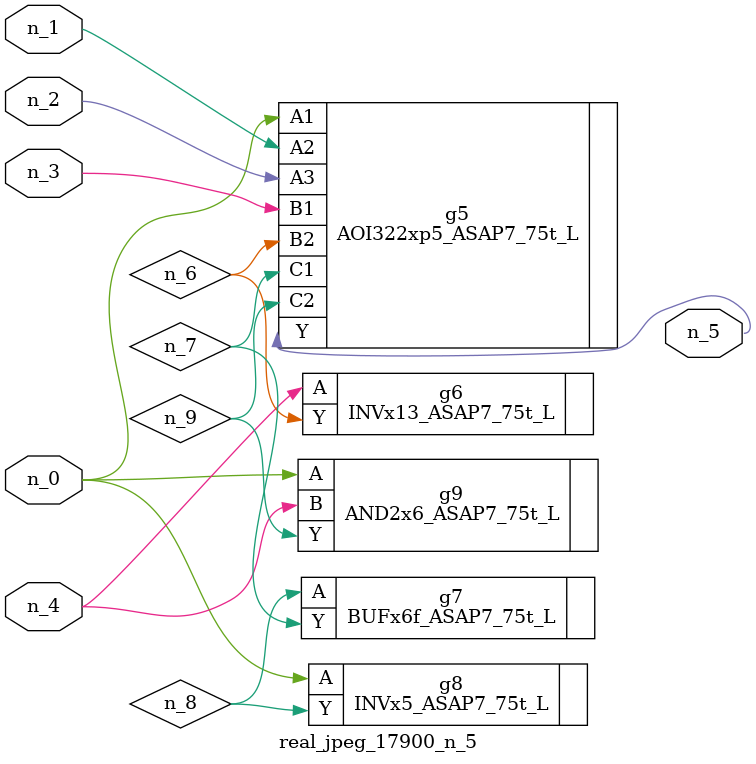
<source format=v>
module real_jpeg_17900_n_5 (n_4, n_0, n_1, n_2, n_3, n_5);

input n_4;
input n_0;
input n_1;
input n_2;
input n_3;

output n_5;

wire n_8;
wire n_6;
wire n_7;
wire n_9;

AOI322xp5_ASAP7_75t_L g5 ( 
.A1(n_0),
.A2(n_1),
.A3(n_2),
.B1(n_3),
.B2(n_6),
.C1(n_7),
.C2(n_9),
.Y(n_5)
);

INVx5_ASAP7_75t_L g8 ( 
.A(n_0),
.Y(n_8)
);

AND2x6_ASAP7_75t_L g9 ( 
.A(n_0),
.B(n_4),
.Y(n_9)
);

INVx13_ASAP7_75t_L g6 ( 
.A(n_4),
.Y(n_6)
);

BUFx6f_ASAP7_75t_L g7 ( 
.A(n_8),
.Y(n_7)
);


endmodule
</source>
